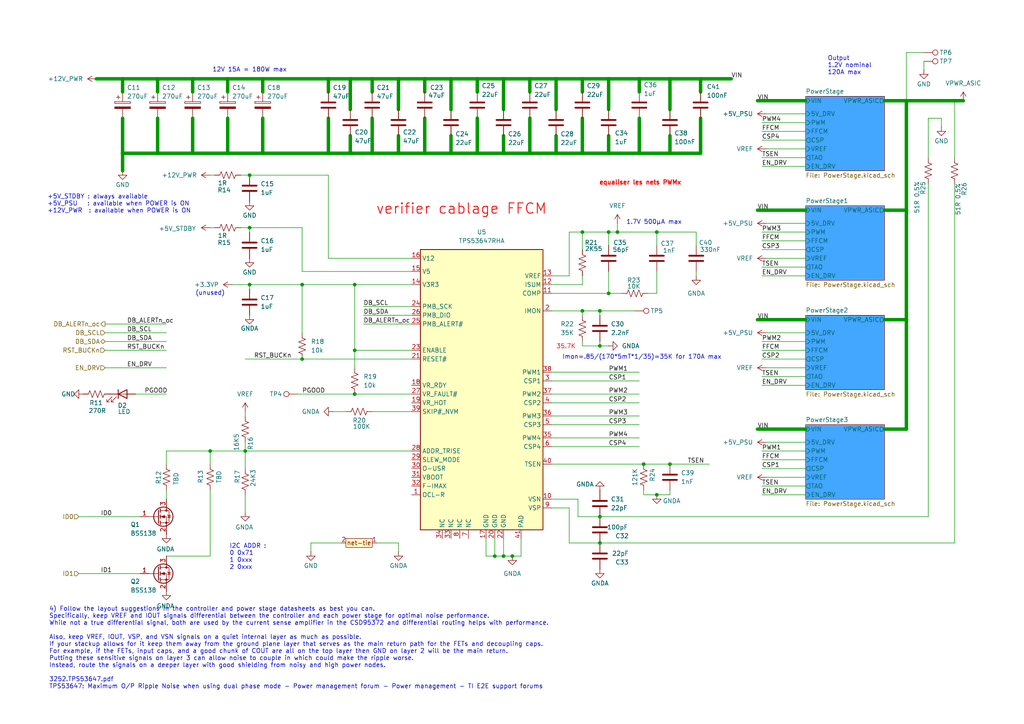
<source format=kicad_sch>
(kicad_sch (version 20231120) (generator "eeschema") (generator_version "8.0")
  (paper "A4")
  (junction (at 66.04 44.45))
  (junction (at 123.19 44.45))
  (junction (at 101.6 44.45))
  (junction (at 203.2 22.86))
  (junction (at 153.67 22.86))
  (junction (at 101.6 22.86))
  (junction (at 143.51 161.29))
  (junction (at 138.43 22.86))
  (junction (at 102.87 101.6))
  (junction (at 186.69 134.62))
  (junction (at 146.05 44.45))
  (junction (at 276.86 29.21))
  (junction (at 176.53 67.31))
  (junction (at 102.87 82.55))
  (junction (at 148.59 161.29))
  (junction (at 66.04 22.86))
  (junction (at 262.89 60.96))
  (junction (at 185.42 22.86))
  (junction (at 190.5 143.51))
  (junction (at 76.2 44.45))
  (junction (at 123.19 22.86))
  (junction (at 194.31 44.45))
  (junction (at 194.31 22.86))
  (junction (at 87.63 104.14))
  (junction (at 107.95 22.86))
  (junction (at 72.39 66.04))
  (junction (at 95.25 22.86))
  (junction (at 55.88 22.86))
  (junction (at 71.12 130.81))
  (junction (at 35.56 44.45))
  (junction (at 102.87 114.3))
  (junction (at 185.42 44.45))
  (junction (at 130.81 44.45))
  (junction (at 262.89 29.21))
  (junction (at 262.89 92.71))
  (junction (at 76.2 22.86))
  (junction (at 115.57 22.86))
  (junction (at 173.99 90.17))
  (junction (at 173.99 149.86))
  (junction (at 179.07 67.31))
  (junction (at 194.31 134.62))
  (junction (at 115.57 44.45))
  (junction (at 173.99 157.48))
  (junction (at 72.39 82.55))
  (junction (at 138.43 44.45))
  (junction (at 45.72 22.86))
  (junction (at 176.53 44.45))
  (junction (at 168.91 67.31))
  (junction (at 95.25 44.45))
  (junction (at 72.39 50.8))
  (junction (at 45.72 44.45))
  (junction (at 173.99 100.33))
  (junction (at 176.53 22.86))
  (junction (at 87.63 82.55))
  (junction (at 146.05 161.29))
  (junction (at 168.91 44.45))
  (junction (at 153.67 44.45))
  (junction (at 35.56 22.86))
  (junction (at 176.53 85.09))
  (junction (at 146.05 22.86))
  (junction (at 161.29 22.86))
  (junction (at 168.91 22.86))
  (junction (at 168.91 90.17))
  (junction (at 161.29 44.45))
  (junction (at 107.95 44.45))
  (junction (at 130.81 22.86))
  (junction (at 60.96 130.81))
  (junction (at 190.5 67.31))
  (junction (at 55.88 44.45))
  (wire (pts (xy 60.96 66.04) (xy 62.23 66.04)))
  (wire (pts (xy 160.02 90.17) (xy 168.91 90.17)))
  (wire (pts (xy 222.25 43.18) (xy 233.68 43.18)))
  (wire (pts (xy 69.85 66.04) (xy 72.39 66.04)))
  (wire (pts (xy 151.13 161.29) (xy 148.59 161.29)))
  (wire (pts (xy 160.02 110.49) (xy 185.42 110.49)))
  (wire (pts (xy 219.71 29.21) (xy 233.68 29.21)) (stroke (width 1)))
  (wire (pts (xy 168.91 99.06) (xy 168.91 100.33)))
  (wire (pts (xy 115.57 22.86) (xy 123.19 22.86)) (stroke (width 1)))
  (wire (pts (xy 222.25 106.68) (xy 233.68 106.68)))
  (wire (pts (xy 160.02 107.95) (xy 185.42 107.95)))
  (wire (pts (xy 66.04 22.86) (xy 76.2 22.86)) (stroke (width 1)))
  (wire (pts (xy 107.95 44.45) (xy 115.57 44.45)) (stroke (width 1)))
  (wire (pts (xy 95.25 74.93) (xy 95.25 50.8)))
  (wire (pts (xy 143.51 161.29) (xy 140.97 161.29)))
  (wire (pts (xy 220.98 67.31) (xy 233.68 67.31)))
  (wire (pts (xy 173.99 90.17) (xy 173.99 91.44)))
  (wire (pts (xy 176.53 67.31) (xy 176.53 71.12)))
  (wire (pts (xy 160.02 127) (xy 185.42 127)))
  (wire (pts (xy 220.98 69.85) (xy 233.68 69.85)))
  (wire (pts (xy 72.39 82.55) (xy 67.31 82.55)))
  (wire (pts (xy 220.98 143.51) (xy 233.68 143.51)))
  (wire (pts (xy 146.05 22.86) (xy 146.05 31.75)) (stroke (width 1)))
  (wire (pts (xy 72.39 66.04) (xy 87.63 66.04)))
  (wire (pts (xy 95.25 34.29) (xy 95.25 44.45)) (stroke (width 1)))
  (wire (pts (xy 153.67 44.45) (xy 161.29 44.45)) (stroke (width 1)))
  (wire (pts (xy 276.86 29.21) (xy 279.4 29.21)) (stroke (width 1)))
  (wire (pts (xy 167.64 144.78) (xy 167.64 149.86)))
  (wire (pts (xy 168.91 67.31) (xy 176.53 67.31)))
  (wire (pts (xy 161.29 44.45) (xy 168.91 44.45)) (stroke (width 1)))
  (wire (pts (xy 160.02 129.54) (xy 185.42 129.54)))
  (wire (pts (xy 22.86 149.86) (xy 40.64 149.86)))
  (wire (pts (xy 60.96 50.8) (xy 62.23 50.8)))
  (wire (pts (xy 194.31 22.86) (xy 194.31 31.75)) (stroke (width 1)))
  (wire (pts (xy 262.89 92.71) (xy 262.89 124.46)) (stroke (width 1)))
  (wire (pts (xy 27.94 22.86) (xy 35.56 22.86)) (stroke (width 1)))
  (wire (pts (xy 222.25 64.77) (xy 233.68 64.77)))
  (wire (pts (xy 203.2 22.86) (xy 203.2 26.67)) (stroke (width 1)))
  (wire (pts (xy 90.17 160.02) (xy 90.17 157.48)))
  (wire (pts (xy 222.25 128.27) (xy 233.68 128.27)))
  (wire (pts (xy 69.85 50.8) (xy 72.39 50.8)))
  (wire (pts (xy 194.31 44.45) (xy 203.2 44.45)) (stroke (width 1)))
  (wire (pts (xy 30.48 101.6) (xy 48.26 101.6)))
  (wire (pts (xy 256.54 60.96) (xy 262.89 60.96)) (stroke (width 1)))
  (wire (pts (xy 95.25 44.45) (xy 101.6 44.45)) (stroke (width 1)))
  (wire (pts (xy 76.2 22.86) (xy 95.25 22.86)) (stroke (width 1)))
  (wire (pts (xy 168.91 44.45) (xy 176.53 44.45)) (stroke (width 1)))
  (wire (pts (xy 220.98 109.22) (xy 233.68 109.22)))
  (wire (pts (xy 45.72 22.86) (xy 55.88 22.86)) (stroke (width 1)))
  (wire (pts (xy 123.19 22.86) (xy 130.81 22.86)) (stroke (width 1)))
  (wire (pts (xy 66.04 26.67) (xy 66.04 22.86)) (stroke (width 1)))
  (wire (pts (xy 35.56 34.29) (xy 35.56 44.45)) (stroke (width 1)))
  (wire (pts (xy 220.98 80.01) (xy 233.68 80.01)))
  (wire (pts (xy 105.41 91.44) (xy 119.38 91.44)))
  (wire (pts (xy 203.2 22.86) (xy 194.31 22.86)) (stroke (width 1)))
  (wire (pts (xy 160.02 147.32) (xy 165.1 147.32)))
  (wire (pts (xy 101.6 44.45) (xy 107.95 44.45)) (stroke (width 1)))
  (wire (pts (xy 165.1 147.32) (xy 165.1 157.48)))
  (wire (pts (xy 115.57 39.37) (xy 115.57 44.45)) (stroke (width 1)))
  (wire (pts (xy 60.96 142.24) (xy 60.96 161.29)))
  (wire (pts (xy 55.88 34.29) (xy 55.88 44.45)) (stroke (width 1)))
  (wire (pts (xy 102.87 101.6) (xy 119.38 101.6)))
  (wire (pts (xy 173.99 100.33) (xy 168.91 100.33)))
  (wire (pts (xy 72.39 50.8) (xy 95.25 50.8)))
  (wire (pts (xy 76.2 26.67) (xy 76.2 22.86)) (stroke (width 1)))
  (wire (pts (xy 256.54 124.46) (xy 262.89 124.46)) (stroke (width 1)))
  (wire (pts (xy 190.5 67.31) (xy 190.5 71.12)))
  (wire (pts (xy 115.57 157.48) (xy 109.22 157.48)))
  (wire (pts (xy 219.71 124.46) (xy 233.68 124.46)) (stroke (width 1)))
  (wire (pts (xy 101.6 22.86) (xy 107.95 22.86)) (stroke (width 1)))
  (wire (pts (xy 48.26 130.81) (xy 48.26 134.62)))
  (wire (pts (xy 267.97 15.24) (xy 262.89 15.24)))
  (wire (pts (xy 130.81 22.86) (xy 130.81 31.75)) (stroke (width 1)))
  (wire (pts (xy 153.67 34.29) (xy 153.67 44.45)) (stroke (width 1)))
  (wire (pts (xy 99.06 157.48) (xy 90.17 157.48)))
  (wire (pts (xy 203.2 34.29) (xy 203.2 44.45)) (stroke (width 1)))
  (wire (pts (xy 71.12 104.14) (xy 87.63 104.14)))
  (wire (pts (xy 220.98 38.1) (xy 233.68 38.1)))
  (wire (pts (xy 220.98 135.89) (xy 233.68 135.89)))
  (wire (pts (xy 30.48 99.06) (xy 48.26 99.06)))
  (wire (pts (xy 107.95 22.86) (xy 107.95 26.67)) (stroke (width 1)))
  (wire (pts (xy 105.41 93.98) (xy 119.38 93.98)))
  (wire (pts (xy 138.43 44.45) (xy 146.05 44.45)) (stroke (width 1)))
  (wire (pts (xy 201.93 78.74) (xy 201.93 80.01)))
  (wire (pts (xy 176.53 39.37) (xy 176.53 44.45)) (stroke (width 1)))
  (wire (pts (xy 123.19 44.45) (xy 130.81 44.45)) (stroke (width 1)))
  (wire (pts (xy 173.99 157.48) (xy 276.86 157.48)))
  (wire (pts (xy 146.05 39.37) (xy 146.05 44.45)) (stroke (width 1)))
  (wire (pts (xy 273.05 34.29) (xy 273.05 36.83)))
  (wire (pts (xy 107.95 119.38) (xy 119.38 119.38)))
  (wire (pts (xy 161.29 22.86) (xy 161.29 31.75)) (stroke (width 1)))
  (wire (pts (xy 176.53 100.33) (xy 173.99 100.33)))
  (wire (pts (xy 96.52 119.38) (xy 100.33 119.38)))
  (wire (pts (xy 173.99 99.06) (xy 173.99 100.33)))
  (wire (pts (xy 220.98 99.06) (xy 233.68 99.06)))
  (wire (pts (xy 48.26 130.81) (xy 60.96 130.81)))
  (wire (pts (xy 173.99 149.86) (xy 269.24 149.86)))
  (wire (pts (xy 48.26 142.24) (xy 48.26 144.78)))
  (wire (pts (xy 194.31 134.62) (xy 205.74 134.62)))
  (wire (pts (xy 269.24 53.34) (xy 269.24 149.86)))
  (wire (pts (xy 219.71 60.96) (xy 233.68 60.96)) (stroke (width 1)))
  (wire (pts (xy 220.98 40.64) (xy 233.68 40.64)))
  (wire (pts (xy 168.91 34.29) (xy 168.91 44.45)) (stroke (width 1)))
  (wire (pts (xy 66.04 34.29) (xy 66.04 44.45)) (stroke (width 1)))
  (wire (pts (xy 102.87 82.55) (xy 119.38 82.55)))
  (wire (pts (xy 186.69 142.24) (xy 186.69 143.51)))
  (wire (pts (xy 160.02 123.19) (xy 185.42 123.19)))
  (wire (pts (xy 66.04 44.45) (xy 76.2 44.45)) (stroke (width 1)))
  (wire (pts (xy 148.59 161.29) (xy 146.05 161.29)))
  (wire (pts (xy 107.95 22.86) (xy 115.57 22.86)) (stroke (width 1)))
  (wire (pts (xy 119.38 78.74) (xy 87.63 78.74)))
  (wire (pts (xy 143.51 156.21) (xy 143.51 161.29)))
  (wire (pts (xy 220.98 101.6) (xy 233.68 101.6)))
  (wire (pts (xy 190.5 143.51) (xy 194.31 143.51)))
  (wire (pts (xy 104.14 44.45) (xy 105.41 44.45)))
  (wire (pts (xy 146.05 156.21) (xy 146.05 161.29)))
  (wire (pts (xy 185.42 22.86) (xy 185.42 26.67)) (stroke (width 1)))
  (wire (pts (xy 185.42 22.86) (xy 194.31 22.86)) (stroke (width 1)))
  (wire (pts (xy 138.43 22.86) (xy 146.05 22.86)) (stroke (width 1)))
  (wire (pts (xy 160.02 116.84) (xy 185.42 116.84)))
  (wire (pts (xy 119.38 74.93) (xy 95.25 74.93)))
  (wire (pts (xy 203.2 22.86) (xy 212.09 22.86)) (stroke (width 1)))
  (wire (pts (xy 160.02 85.09) (xy 176.53 85.09)))
  (wire (pts (xy 45.72 44.45) (xy 55.88 44.45)) (stroke (width 1)))
  (wire (pts (xy 30.48 96.52) (xy 48.26 96.52)))
  (wire (pts (xy 76.2 44.45) (xy 95.25 44.45)) (stroke (width 1)))
  (wire (pts (xy 176.53 22.86) (xy 176.53 31.75)) (stroke (width 1)))
  (wire (pts (xy 262.89 29.21) (xy 276.86 29.21)) (stroke (width 1)))
  (wire (pts (xy 72.39 82.55) (xy 72.39 83.82)))
  (wire (pts (xy 167.64 149.86) (xy 173.99 149.86)))
  (wire (pts (xy 222.25 74.93) (xy 233.68 74.93)))
  (wire (pts (xy 115.57 44.45) (xy 123.19 44.45)) (stroke (width 1)))
  (wire (pts (xy 201.93 71.12) (xy 201.93 67.31)))
  (wire (pts (xy 220.98 130.81) (xy 233.68 130.81)))
  (wire (pts (xy 87.63 78.74) (xy 87.63 66.04)))
  (wire (pts (xy 185.42 44.45) (xy 194.31 44.45)) (stroke (width 1)))
  (wire (pts (xy 222.25 33.02) (xy 233.68 33.02)))
  (wire (pts (xy 87.63 104.14) (xy 119.38 104.14)))
  (wire (pts (xy 151.13 156.21) (xy 151.13 161.29)))
  (wire (pts (xy 102.87 82.55) (xy 102.87 101.6)))
  (wire (pts (xy 35.56 22.86) (xy 45.72 22.86)) (stroke (width 1)))
  (wire (pts (xy 130.81 22.86) (xy 138.43 22.86)) (stroke (width 1)))
  (wire (pts (xy 146.05 44.45) (xy 153.67 44.45)) (stroke (width 1)))
  (wire (pts (xy 222.25 96.52) (xy 233.68 96.52)))
  (wire (pts (xy 105.41 88.9) (xy 119.38 88.9)))
  (wire (pts (xy 146.05 161.29) (xy 143.51 161.29)))
  (wire (pts (xy 35.56 44.45) (xy 45.72 44.45)) (stroke (width 1)))
  (wire (pts (xy 190.5 78.74) (xy 190.5 85.09)))
  (wire (pts (xy 30.48 106.68) (xy 48.26 106.68)))
  (wire (pts (xy 168.91 90.17) (xy 173.99 90.17)))
  (wire (pts (xy 107.95 34.29) (xy 107.95 44.45)) (stroke (width 1)))
  (wire (pts (xy 168.91 67.31) (xy 168.91 72.39)))
  (wire (pts (xy 220.98 77.47) (xy 233.68 77.47)))
  (wire (pts (xy 220.98 111.76) (xy 233.68 111.76)))
  (wire (pts (xy 48.26 161.29) (xy 60.96 161.29)))
  (wire (pts (xy 86.36 114.3) (xy 102.87 114.3)))
  (wire (pts (xy 276.86 29.21) (xy 276.86 45.72)))
  (wire (pts (xy 220.98 35.56) (xy 233.68 35.56)))
  (wire (pts (xy 220.98 45.72) (xy 233.68 45.72)))
  (wire (pts (xy 146.05 22.86) (xy 153.67 22.86)) (stroke (width 1)))
  (wire (pts (xy 256.54 29.21) (xy 262.89 29.21)) (stroke (width 1)))
  (wire (pts (xy 220.98 48.26) (xy 233.68 48.26)))
  (wire (pts (xy 168.91 80.01) (xy 168.91 82.55)))
  (wire (pts (xy 123.19 22.86) (xy 123.19 26.67)) (stroke (width 1)))
  (wire (pts (xy 71.12 143.51) (xy 71.12 148.59)))
  (wire (pts (xy 87.63 82.55) (xy 87.63 96.52)))
  (wire (pts (xy 71.12 130.81) (xy 119.38 130.81)))
  (wire (pts (xy 186.69 143.51) (xy 190.5 143.51)))
  (wire (pts (xy 102.87 114.3) (xy 119.38 114.3)))
  (wire (pts (xy 60.96 130.81) (xy 60.96 134.62)))
  (wire (pts (xy 30.48 93.98) (xy 48.26 93.98)))
  (wire (pts (xy 184.15 90.17) (xy 173.99 90.17)))
  (wire (pts (xy 123.19 34.29) (xy 123.19 44.45)) (stroke (width 1)))
  (wire (pts (xy 35.56 26.67) (xy 35.56 22.86)) (stroke (width 1)))
  (wire (pts (xy 176.53 85.09) (xy 180.34 85.09)))
  (wire (pts (xy 160.02 114.3) (xy 185.42 114.3)))
  (wire (pts (xy 95.25 22.86) (xy 95.25 26.67)) (stroke (width 1)))
  (wire (pts (xy 168.91 22.86) (xy 168.91 26.67)) (stroke (width 1)))
  (wire (pts (xy 262.89 29.21) (xy 262.89 60.96)) (stroke (width 1)))
  (wire (pts (xy 115.57 160.02) (xy 115.57 157.48)))
  (wire (pts (xy 179.07 67.31) (xy 179.07 64.77)))
  (wire (pts (xy 45.72 26.67) (xy 45.72 22.86)) (stroke (width 1)))
  (wire (pts (xy 262.89 60.96) (xy 262.89 92.71)) (stroke (width 1)))
  (wire (pts (xy 187.96 85.09) (xy 190.5 85.09)))
  (wire (pts (xy 186.69 134.62) (xy 194.31 134.62)))
  (wire (pts (xy 176.53 22.86) (xy 185.42 22.86)) (stroke (width 1)))
  (wire (pts (xy 153.67 22.86) (xy 153.67 26.67)) (stroke (width 1)))
  (wire (pts (xy 176.53 44.45) (xy 185.42 44.45)) (stroke (width 1)))
  (wire (pts (xy 179.07 67.31) (xy 190.5 67.31)))
  (wire (pts (xy 45.72 34.29) (xy 45.72 44.45)) (stroke (width 1)))
  (wire (pts (xy 165.1 157.48) (xy 173.99 157.48)))
  (wire (pts (xy 262.89 15.24) (xy 262.89 29.21)))
  (wire (pts (xy 276.86 157.48) (xy 276.86 53.34)))
  (wire (pts (xy 219.71 92.71) (xy 233.68 92.71)) (stroke (width 1)))
  (wire (pts (xy 176.53 78.74) (xy 176.53 85.09)))
  (wire (pts (xy 194.31 39.37) (xy 194.31 44.45)) (stroke (width 1)))
  (wire (pts (xy 101.6 22.86) (xy 101.6 31.75)) (stroke (width 1)))
  (wire (pts (xy 55.88 26.67) (xy 55.88 22.86)) (stroke (width 1)))
  (wire (pts (xy 102.87 101.6) (xy 102.87 106.68)))
  (wire (pts (xy 220.98 140.97) (xy 233.68 140.97)))
  (wire (pts (xy 140.97 156.21) (xy 140.97 161.29)))
  (wire (pts (xy 160.02 120.65) (xy 185.42 120.65)))
  (wire (pts (xy 269.24 34.29) (xy 269.24 45.72)))
  (wire (pts (xy 161.29 22.86) (xy 168.91 22.86)) (stroke (width 1)))
  (wire (pts (xy 176.53 67.31) (xy 179.07 67.31)))
  (wire (pts (xy 160.02 82.55) (xy 168.91 82.55)))
  (wire (pts (xy 130.81 39.37) (xy 130.81 44.45)) (stroke (width 1)))
  (wire (pts (xy 60.96 130.81) (xy 71.12 130.81)))
  (wire (pts (xy 168.91 22.86) (xy 176.53 22.86)) (stroke (width 1)))
  (wire (pts (xy 160.02 134.62) (xy 186.69 134.62)))
  (wire (pts (xy 76.2 34.29) (xy 76.2 44.45)) (stroke (width 1)))
  (wire (pts (xy 71.12 128.27) (xy 71.12 130.81)))
  (wire (pts (xy 220.98 72.39) (xy 233.68 72.39)))
  (wire (pts (xy 256.54 92.71) (xy 262.89 92.71)) (stroke (width 1)))
  (wire (pts (xy 35.56 44.45) (xy 35.56 49.53)) (stroke (width 1)))
  (wire (pts (xy 168.91 90.17) (xy 168.91 91.44)))
  (wire (pts (xy 160.02 144.78) (xy 167.64 144.78)))
  (wire (pts (xy 22.86 166.37) (xy 40.64 166.37)))
  (wire (pts (xy 194.31 142.24) (xy 194.31 143.51)))
  (wire (pts (xy 95.25 22.86) (xy 101.6 22.86)) (stroke (width 1)))
  (wire (pts (xy 222.25 138.43) (xy 233.68 138.43)))
  (wire (pts (xy 115.57 22.86) (xy 115.57 31.75)) (stroke (width 1)))
  (wire (pts (xy 165.1 67.31) (xy 165.1 80.01)))
  (wire (pts (xy 71.12 120.65) (xy 71.12 119.38)))
  (wire (pts (xy 220.98 133.35) (xy 233.68 133.35)))
  (wire (pts (xy 185.42 34.29) (xy 185.42 44.45)) (stroke (width 1)))
  (wire (pts (xy 39.37 114.3) (xy 48.26 114.3)))
  (wire (pts (xy 72.39 67.31) (xy 72.39 66.04)))
  (wire (pts (xy 161.29 39.37) (xy 161.29 44.45)) (stroke (width 1)))
  (wire (pts (xy 160.02 80.01) (xy 165.1 80.01)))
  (wire (pts (xy 71.12 130.81) (xy 71.12 135.89)))
  (wire (pts (xy 138.43 34.29) (xy 138.43 44.45)) (stroke (width 1)))
  (wire (pts (xy 138.43 22.86) (xy 138.43 26.67)) (stroke (width 1)))
  (wire (pts (xy 220.98 104.14) (xy 233.68 104.14)))
  (wire (pts (xy 101.6 39.37) (xy 101.6 44.45)) (stroke (width 1)))
  (wire (pts (xy 190.5 67.31) (xy 201.93 67.31)))
  (wire (pts (xy 72.39 82.55) (xy 87.63 82.55)))
  (wire (pts (xy 55.88 44.45) (xy 66.04 44.45)) (stroke (width 1)))
  (wire (pts (xy 267.97 17.78) (xy 267.97 20.32)))
  (wire (pts (xy 153.67 22.86) (xy 161.29 22.86)) (stroke (width 1)))
  (wire (pts (xy 165.1 67.31) (xy 168.91 67.31)))
  (wire (pts (xy 273.05 34.29) (xy 269.24 34.29)))
  (wire (pts (xy 87.63 82.55) (xy 102.87 82.55)))
  (wire (pts (xy 55.88 22.86) (xy 66.04 22.86)) (stroke (width 1)))
  (wire (pts (xy 130.81 44.45) (xy 138.43 44.45)) (stroke (width 1)))
  (text "verifier cablage FFCM" (at 108.966 60.706 0) (effects (font (size 3 3) (thickness 0.254) (bold yes)) (justify left)))
  (text "1.7V 500µA max" (at 181.61 64.516 0) (effects (font (size 1.27 1.27)) (justify left)))
  (text "35.7K" (at 161.29 100.584 0) (effects (font (size 1.27 1.27)) (justify left)))
  (text "12V 15A = 180W max" (at 72.39 20.32 0) (effects (font (size 1.27 1.27))))
  (text "+5V_STDBY : always available\n+5V_PSU   : available when POWER is ON\n+12V_PWR  : available when POWER is ON" (at 13.716 59.182 0) (effects (font (size 1.27 1.27)) (justify left)))
  (text "4) Follow the layout suggestions in the controller and power stage datasheets as best you can. \nSpecifically, keep VREF and IOUT signals differential between the controller and each power stage for optimal noise performance. \nWhile not a true differential signal, both are used by the current sense amplifier in the CSD95372 and differential routing helps with performance.\n\nAlso, keep VREF, IOUT, VSP, and VSN signals on a quiet internal layer as much as possible. \nIf your stackup allows for it keep them away from the ground plane layer that serves as the main return path for the FETs and decoupling caps. \nFor example, if the FETs, input caps, and a good chunk of COUT are all on the top layer then GND on layer 2 will be the main return. \nPutting these sensitive signals on layer 3 can allow noise to couple in which could make the ripple worse. \nInstead, route the signals on a deeper layer with good shielding from noisy and high power nodes.\n\n3252.TPS53647.pdf\nTPS53647: Maximum O/P Ripple Noise when using dual phase mode - Power management forum - Power management - TI E2E support forums" (at 14.224 187.96 0) (effects (font (size 1.27 1.27)) (justify left)))
  (text "Output \n1.2V nominal\n120A max" (at 240.03 21.844 0) (effects (font (size 1.27 1.27)) (justify left bottom)))
  (text "Imon=.85/(170*5mT*1/35)=35K for 170A max" (at 163.068 103.632 0) (effects (font (size 1.27 1.27)) (justify left)))
  (text "equaliser les nets PWMx" (at 173.736 53.086 0) (effects (font (size 1.27 1.27) (thickness 0.254) (bold yes)) (justify left)))
  (text "I2C ADDR :\n0 0x71\n1 0xxx\n2 0xxx" (at 66.548 165.354 0) (effects (font (size 1.27 1.27)) (justify left bottom)))
  (text "(unused)" (at 60.96 85.09 0) (effects (font (size 1.27 1.27))))
  (label "TSEN" (at 220.98 140.97 0))
  (label "VIN" (at 219.71 60.96 0))
  (label "DB_ALERTn_oc" (at 105.41 93.98 0))
  (label "CSP1" (at 176.53 110.49 0))
  (label "EN_DRV" (at 220.98 80.01 0))
  (label "ID1" (at 29.21 166.37 0))
  (label "DB_SCL" (at 36.83 96.52 0))
  (label "CSP1" (at 220.98 135.89 0))
  (label "PWM1" (at 220.98 130.81 0))
  (label "DB_SCL" (at 105.41 88.9 0))
  (label "EN_DRV" (at 36.83 106.68 0))
  (label "PGOOD" (at 87.63 114.3 0))
  (label "FFCM" (at 220.98 133.35 0))
  (label "DB_SDA" (at 105.41 91.44 0))
  (label "EN_DRV" (at 220.98 111.76 0))
  (label "PWM2" (at 220.98 99.06 0))
  (label "VIN" (at 219.71 29.21 0))
  (label "PWM3" (at 176.53 120.65 0))
  (label "PWM4" (at 176.53 127 0))
  (label "DB_SDA" (at 36.83 99.06 0))
  (label "PWM3" (at 220.98 67.31 0))
  (label "PWM4" (at 220.98 35.56 0))
  (label "CSP3" (at 176.53 123.19 0))
  (label "ID0" (at 29.21 149.86 0))
  (label "EN_DRV" (at 220.98 48.26 0))
  (label "TSEN" (at 220.98 109.22 0))
  (label "VIN" (at 219.71 124.46 0))
  (label "RST_BUCKn" (at 36.83 101.6 0))
  (label "FFCM" (at 220.98 38.1 0))
  (label "PWM2" (at 176.53 114.3 0))
  (label "FFCM" (at 220.98 101.6 0))
  (label "TSEN" (at 220.98 45.72 0))
  (label "TSEN" (at 220.98 77.47 0))
  (label "CSP4" (at 220.98 40.64 0))
  (label "TSEN" (at 199.39 134.62 0))
  (label "CSP2" (at 220.98 104.14 0))
  (label "CSP2" (at 176.53 116.84 0))
  (label "DB_ALERTn_oc" (at 36.83 93.98 0))
  (label "FFCM" (at 220.98 69.85 0))
  (label "VIN" (at 212.09 22.86 0))
  (label "VIN" (at 219.71 92.71 0))
  (label "CSP3" (at 220.98 72.39 0))
  (label "PWM1" (at 176.53 107.95 0))
  (label "EN_DRV" (at 220.98 143.51 0))
  (label "CSP4" (at 176.53 129.54 0))
  (label "PGOOD" (at 41.91 114.3 0))
  (label "RST_BUCKn" (at 73.66 104.14 0))
  (hierarchical_label "DB_ALERTn_oc" (shape output) (at 30.48 93.98 180))
  (hierarchical_label "ID0" (shape input) (at 22.86 149.86 180))
  (hierarchical_label "ID1" (shape input) (at 22.86 166.37 180))
  (hierarchical_label "DB_SDA" (shape bidirectional) (at 30.48 99.06 180))
  (hierarchical_label "DB_SCL" (shape input) (at 30.48 96.52 180))
  (hierarchical_label "RST_BUCKn" (shape input) (at 30.48 101.6 180))
  (hierarchical_label "EN_DRV" (shape input) (at 30.48 106.68 180))
  (symbol (lib_id "Device:R_US") (at 66.04 50.8 270) (unit 1)
    (property "Reference" "R14" (at 65.024 55.118 90))
    (property "Value" "1R" (at 64.516 53.086 90))
    (property "Footprint" "Resistor_SMD:R_0805_2012Metric_Pad1.20x1.40mm_HandSolder" (effects (hide yes)))
  )
  (symbol (lib_id "Device:C") (at 173.99 146.05 0) (unit 1)
    (property "Reference" "C31" (at 177.165 144.78 0) (effects (justify left)))
    (property "Value" "22pF" (at 177.165 147.32 0) (effects (justify left)))
    (property "Footprint" "Capacitor_SMD:C_0805_2012Metric_Pad1.18x1.45mm_HandSolder" (effects (hide yes)))
  )
  (symbol (lib_id "power:GNDA") (at 173.99 165.1 0) (mirror y) (unit 1)
    (property "Reference" "#PWR0117" (effects (hide yes)))
    (property "Value" "GNDA" (at 173.99 169.164 0))
    (property "Description" "Power symbol creates a global label with name \"GNDA\" , analog ground" (effects (hide yes)))
  )
  (symbol (lib_id "Device:C") (at 190.5 74.93 0) (unit 1)
    (property "Reference" "C37" (at 193.548 70.612 0))
    (property "Value" "1nF" (at 194.056 72.644 0))
    (property "Footprint" "Capacitor_SMD:C_0805_2012Metric_Pad1.18x1.45mm_HandSolder" (effects (hide yes)))
  )
  (symbol (lib_id "Device:C") (at 72.39 54.61 0) (unit 1)
    (property "Reference" "C15" (at 75.565 53.34 0) (effects (justify left)))
    (property "Value" "1uF" (at 75.565 55.88 0) (effects (justify left)))
    (property "Footprint" "Capacitor_SMD:C_0805_2012Metric_Pad1.18x1.45mm_HandSolder" (effects (hide yes)))
  )
  (symbol (lib_id "Device:C") (at 173.99 153.67 180) (unit 1)
    (property "Reference" "C32" (at 182.372 155.448 0) (effects (justify left)))
    (property "Value" "100pF" (at 182.118 152.908 0) (effects (justify left)))
    (property "Footprint" "Capacitor_SMD:C_0805_2012Metric_Pad1.18x1.45mm_HandSolder" (effects (hide yes)))
  )
  (symbol (lib_id "Transistor_FET:BSS138") (at 45.72 149.86 0) (unit 1)
    (property "Reference" "Q1" (at 37.846 152.146 0) (effects (justify left)))
    (property "Value" "BSS138" (at 37.846 154.686 0) (effects (justify left)))
    (property "Footprint" "Package_TO_SOT_SMD:SOT-23" (effects (hide yes)))
    (property "Datasheet" "https://www.onsemi.com/pub/Collateral/BSS138-D.PDF" (effects (hide yes)))
    (property "Description" "50V Vds, 0.22A Id, N-Channel MOSFET, SOT-23" (effects (hide yes)))
  )
  (symbol (lib_id "power:GND") (at 273.05 36.83 0) (unit 1)
    (property "Reference" "#PWR0131" (effects (hide yes)))
    (property "Value" "GND" (at 273.05 40.894 0))
    (property "Description" "Power symbol creates a global label with name \"GND\" , ground" (effects (hide yes)))
  )
  (symbol (lib_id "Device:R_US") (at 104.14 119.38 90) (unit 1)
    (property "Reference" "R20" (at 106.172 121.92 90) (effects (justify left)))
    (property "Value" "100K" (at 107.442 123.698 90) (effects (justify left)))
    (property "Footprint" "Resistor_SMD:R_0805_2012Metric_Pad1.20x1.40mm_HandSolder" (effects (hide yes)))
  )
  (symbol (lib_id "Device:C") (at 153.67 30.48 0) (unit 1)
    (property "Reference" "C27" (at 154.94 24.892 0) (effects (justify left)))
    (property "Value" "22uF" (at 154.94 27.432 0) (effects (justify left)))
    (property "Footprint" "Capacitor_SMD:C_1210_3225Metric" (effects (hide yes)))
    (property "DK" "490-3889-1-ND" (effects (hide yes)))
    (property "PARTNO" "GRM32ER61E226KE15L" (effects (hide yes)))
  )
  (symbol (lib_id "Device:C") (at 176.53 35.56 0) (unit 1)
    (property "Reference" "C34" (at 178.308 38.608 0) (effects (justify left)))
    (property "Value" "1uF" (at 178.308 41.148 0) (effects (justify left)))
    (property "Footprint" "Capacitor_SMD:C_0805_2012Metric_Pad1.18x1.45mm_HandSolder" (effects (hide yes)))
    (property "DK" "587-1291-1-ND" (effects (hide yes)))
    (property "PARTNO" "TMK212BJ105KG-T" (effects (hide yes)))
  )
  (symbol (lib_id "power:GNDA") (at 48.26 154.94 0) (mirror y) (unit 1)
    (property "Reference" "#PWR0102" (effects (hide yes)))
    (property "Value" "GNDA" (at 48.006 159.258 0))
    (property "Description" "Power symbol creates a global label with name \"GNDA\" , analog ground" (effects (hide yes)))
  )
  (symbol (lib_id "Device:C") (at 203.2 30.48 0) (unit 1)
    (property "Reference" "C41" (at 204.978 25.146 0) (effects (justify left)))
    (property "Value" "100nF" (at 204.978 27.686 0) (effects (justify left)))
    (property "Footprint" "Capacitor_SMD:C_0805_2012Metric_Pad1.18x1.45mm_HandSolder" (effects (hide yes)))
  )
  (symbol (lib_id "Device:LED") (at 35.56 114.3 0) (unit 1)
    (property "Reference" "D2" (at 36.83 117.602 0) (effects (justify right)))
    (property "Value" "LED" (at 37.846 119.38 0) (effects (justify right)))
    (property "Footprint" "LED_SMD:LED_0805_2012Metric_Pad1.15x1.40mm_HandSolder" (effects (hide yes)))
    (property "Description" "Light emitting diode" (effects (hide yes)))
  )
  (symbol (lib_id "power:VDD") (at 179.07 64.77 0) (unit 1)
    (property "Reference" "#PWR0119" (effects (hide yes)))
    (property "Value" "VREF" (at 179.07 59.69 0))
    (property "Description" "Power symbol creates a global label with name \"VDD\"" (effects (hide yes)))
  )
  (symbol (lib_id "Device:C") (at 107.95 30.48 0) (unit 1)
    (property "Reference" "C21" (at 109.22 25.4 0) (effects (justify left)))
    (property "Value" "47uF" (at 109.22 27.94 0) (effects (justify left)))
    (property "Footprint" "Capacitor_SMD:C_1210_3225Metric" (effects (hide yes)))
    (property "DK" "490-6539-1-ND" (effects (hide yes)))
    (property "PARTNO" "GRM32ER61C476KE15L" (effects (hide yes)))
  )
  (symbol (lib_id "power:VDD") (at 222.25 43.18 90) (unit 1)
    (property "Reference" "#PWR0123" (effects (hide yes)))
    (property "Value" "VREF" (at 218.44 43.1799 90) (effects (justify left)))
    (property "Description" "Power symbol creates a global label with name \"VDD\"" (effects (hide yes)))
  )
  (symbol (lib_id "Device:C") (at 194.31 35.56 0) (unit 1)
    (property "Reference" "C38" (at 195.58 38.608 0) (effects (justify left)))
    (property "Value" "100nF" (at 195.58 41.148 0) (effects (justify left)))
    (property "Footprint" "Capacitor_SMD:C_0805_2012Metric_Pad1.18x1.45mm_HandSolder" (effects (hide yes)))
  )
  (symbol (lib_id "power:GND") (at 35.56 49.53 0) (unit 1)
    (property "Reference" "#PWR0101" (effects (hide yes)))
    (property "Value" "GND" (at 35.56 53.594 0))
    (property "Description" "Power symbol creates a global label with name \"GND\" , ground" (effects (hide yes)))
  )
  (symbol (lib_id "Device:C") (at 201.93 74.93 0) (unit 1)
    (property "Reference" "C40" (at 202.692 70.358 0) (effects (justify left)))
    (property "Value" "330nF" (at 202.946 72.39 0) (effects (justify left)))
    (property "Footprint" "Capacitor_SMD:C_0805_2012Metric_Pad1.18x1.45mm_HandSolder" (effects (hide yes)))
  )
  (symbol (lib_id "Device:R_US") (at 48.26 138.43 0) (unit 1)
    (property "Reference" "R12" (at 45.974 140.462 90) (effects (justify left)))
    (property "Value" "TBD" (at 51.054 140.716 90) (effects (justify left)))
    (property "Footprint" "Resistor_SMD:R_0805_2012Metric_Pad1.20x1.40mm_HandSolder" (effects (hide yes)))
  )
  (symbol (lib_id "Device:R_US") (at 87.63 100.33 180) (unit 1)
    (property "Reference" "R18" (at 90.17 99.06 0) (effects (justify right)))
    (property "Value" "10k" (at 90.17 101.6 0) (effects (justify right)))
    (property "Footprint" "Resistor_SMD:R_0805_2012Metric_Pad1.20x1.40mm_HandSolder" (effects (hide yes)))
  )
  (symbol (lib_id "Device:R_US") (at 27.94 114.3 90) (unit 1)
    (property "Reference" "R11" (at 25.908 116.84 90) (effects (justify right)))
    (property "Value" "270R" (at 25.654 119.126 90) (effects (justify right)))
    (property "Footprint" "Resistor_SMD:R_0805_2012Metric_Pad1.20x1.40mm_HandSolder" (effects (hide yes)))
  )
  (symbol (lib_id "power:+3.3VP") (at 67.31 82.55 90) (unit 1)
    (property "Reference" "#PWR0106" (effects (hide yes)))
    (property "Value" "+3.3VP" (at 63.5 82.5499 90) (effects (justify left)))
    (property "Description" "Power symbol creates a global label with name \"+3.3VP\"" (effects (hide yes)))
  )
  (symbol (lib_id "Device:R_US") (at 269.24 49.53 180) (unit 1)
    (property "Reference" "R25" (at 267.716 52.578 90) (effects (justify left)))
    (property "Value" "51R 0.5%" (at 265.938 52.578 90) (effects (justify left)))
    (property "Footprint" "Resistor_SMD:R_0805_2012Metric_Pad1.20x1.40mm_HandSolder" (effects (hide yes)))
  )
  (symbol (lib_id "Device:C") (at 173.99 95.25 0) (unit 1)
    (property "Reference" "C30" (at 177.165 93.98 0) (effects (justify left)))
    (property "Value" "2.2nF" (at 177.165 96.52 0) (effects (justify left)))
    (property "Footprint" "Capacitor_SMD:C_0805_2012Metric_Pad1.18x1.45mm_HandSolder" (effects (hide yes)))
    (property "Description" "1mOhm" (effects (hide yes)))
  )
  (symbol (lib_id "Device:R_US") (at 71.12 124.46 0) (unit 1)
    (property "Reference" "R16" (at 72.644 130.556 90) (effects (justify left)))
    (property "Value" "16K5" (at 68.58 130.81 90) (effects (justify left)))
    (property "Footprint" "Resistor_SMD:R_0805_2012Metric_Pad1.20x1.40mm_HandSolder" (effects (hide yes)))
  )
  (symbol (lib_id "Device:C") (at 138.43 30.48 0) (unit 1)
    (property "Reference" "C25" (at 139.7 24.892 0) (effects (justify left)))
    (property "Value" "22uF" (at 139.7 27.432 0) (effects (justify left)))
    (property "Footprint" "Capacitor_SMD:C_1210_3225Metric" (effects (hide yes)))
    (property "DK" "490-3889-1-ND" (effects (hide yes)))
    (property "PARTNO" "GRM32ER61E226KE15L" (effects (hide yes)))
  )
  (symbol (lib_id "Device:R_US") (at 276.86 49.53 180) (unit 1)
    (property "Reference" "R26" (at 279.654 52.832 90) (effects (justify left)))
    (property "Value" "51R 0.5%" (at 277.876 53.086 90) (effects (justify left)))
    (property "Footprint" "Resistor_SMD:R_0805_2012Metric_Pad1.20x1.40mm_HandSolder" (effects (hide yes)))
  )
  (symbol (lib_id "bitaxe:net-tie") (at 104.14 157.48 0) (mirror y) (unit 1) (in_bom no)
    (property "Reference" "T1" (effects (hide yes)))
    (property "Value" "net-tie" (effects (hide yes)))
    (property "Footprint" "NetTie:NetTie-2_THT_Pad0.3mm" (effects (hide yes)))
  )
  (symbol (lib_id "Device:C") (at 95.25 30.48 0) (unit 1)
    (property "Reference" "C19" (at 96.52 25.4 0) (effects (justify left)))
    (property "Value" "47uF" (at 96.52 27.94 0) (effects (justify left)))
    (property "Footprint" "Capacitor_SMD:C_1210_3225Metric" (effects (hide yes)))
    (property "DK" "490-6539-1-ND" (effects (hide yes)))
    (property "PARTNO" "GRM32ER61C476KE15L" (effects (hide yes)))
  )
  (symbol (lib_id "Device:R_US") (at 66.04 66.04 270) (unit 1)
    (property "Reference" "R15" (at 65.024 70.358 90))
    (property "Value" "1R" (at 64.516 68.326 90))
    (property "Footprint" "Resistor_SMD:R_0805_2012Metric_Pad1.20x1.40mm_HandSolder" (effects (hide yes)))
  )
  (symbol (lib_id "power:GNDA") (at 148.59 161.29 0) (mirror y) (unit 1)
    (property "Reference" "#PWR0114" (effects (hide yes)))
    (property "Value" "GNDA" (at 148.59 166.37 0))
    (property "Description" "Power symbol creates a global label with name \"GNDA\" , analog ground" (effects (hide yes)))
  )
  (symbol (lib_id "power:GNDA") (at 176.53 100.33 90) (unit 1)
    (property "Reference" "#PWR0118" (effects (hide yes)))
    (property "Value" "GNDA" (at 180.34 100.3299 90) (effects (justify right)))
    (property "Description" "Power symbol creates a global label with name \"GNDA\" , analog ground" (effects (hide yes)))
  )
  (symbol (lib_id "Connector:TestPoint") (at 267.97 15.24 270) (mirror x) (unit 1) (in_bom no)
    (property "Reference" "TP6" (at 274.32 15.24 90))
    (property "Value" "TestPoint" (effects (hide yes)))
    (property "Footprint" "TestPoint:TestPoint_Loop_D2.50mm_Drill1.0mm" (effects (hide yes)))
  )
  (symbol (lib_id "Transistor_FET:BSS138") (at 45.72 166.37 0) (unit 1)
    (property "Reference" "Q2" (at 37.846 168.656 0) (effects (justify left)))
    (property "Value" "BSS138" (at 37.846 171.196 0) (effects (justify left)))
    (property "Footprint" "Package_TO_SOT_SMD:SOT-23" (effects (hide yes)))
    (property "Datasheet" "https://www.onsemi.com/pub/Collateral/BSS138-D.PDF" (effects (hide yes)))
    (property "Description" "50V Vds, 0.22A Id, N-Channel MOSFET, SOT-23" (effects (hide yes)))
  )
  (symbol (lib_id "Connector:TestPoint") (at 86.36 114.3 90) (unit 1) (in_bom no)
    (property "Reference" "TP4" (at 80.01 114.3 90))
    (property "Value" "TestPoint" (effects (hide yes)))
    (property "Footprint" "TestPoint:TestPoint_Pad_D1.0mm" (effects (hide yes)))
  )
  (symbol (lib_id "power:GNDA") (at 115.57 160.02 0) (mirror y) (unit 1)
    (property "Reference" "#PWR0115" (effects (hide yes)))
    (property "Value" "GNDA" (at 115.57 164.084 0))
    (property "Description" "Power symbol creates a global label with name \"GNDA\" , analog ground" (effects (hide yes)))
  )
  (symbol (lib_id "power:GND") (at 24.13 114.3 270) (unit 1)
    (property "Reference" "#PWR099" (effects (hide yes)))
    (property "Value" "GND" (at 19.812 114.3 90))
    (property "Description" "Power symbol creates a global label with name \"GND\" , ground" (effects (hide yes)))
  )
  (symbol (lib_id "power:GNDA") (at 48.26 171.45 0) (mirror y) (unit 1)
    (property "Reference" "#PWR0103" (effects (hide yes)))
    (property "Value" "GNDA" (at 48.006 175.768 0))
    (property "Description" "Power symbol creates a global label with name \"GNDA\" , analog ground" (effects (hide yes)))
  )
  (symbol (lib_id "Device:C") (at 168.91 30.48 0) (unit 1)
    (property "Reference" "C29" (at 170.18 24.892 0) (effects (justify left)))
    (property "Value" "22uF" (at 170.18 27.432 0) (effects (justify left)))
    (property "Footprint" "Capacitor_SMD:C_1210_3225Metric" (effects (hide yes)))
    (property "DK" "490-3889-1-ND" (effects (hide yes)))
    (property "PARTNO" "GRM32ER61E226KE15L" (effects (hide yes)))
  )
  (symbol (lib_id "Device:C") (at 173.99 161.29 180) (unit 1)
    (property "Reference" "C33" (at 182.372 163.068 0) (effects (justify left)))
    (property "Value" "22pF" (at 182.372 160.528 0) (effects (justify left)))
    (property "Footprint" "Capacitor_SMD:C_0805_2012Metric_Pad1.18x1.45mm_HandSolder" (effects (hide yes)))
  )
  (symbol (lib_id "Device:C_Polarized") (at 55.88 30.48 0) (unit 1)
    (property "Reference" "C13" (at 57.15 25.4 0) (effects (justify left)))
    (property "Value" "270uF" (at 57.15 27.94 0) (effects (justify left)))
    (property "Footprint" "Capacitor_SMD:CP_Elec_6.3x5.9" (effects (hide yes)))
    (property "Datasheet" "https://industrial.panasonic.com/cdbs/www-data/pdf/AAB8000/AAB8000C177.pdf" (effects (hide yes)))
    (property "HEIGHT" "5.9mm" (effects (hide yes)))
  )
  (symbol (lib_id "power:VDD") (at 222.25 138.43 90) (unit 1)
    (property "Reference" "#PWR0129" (effects (hide yes)))
    (property "Value" "VREF" (at 218.44 138.4299 90) (effects (justify left)))
    (property "Description" "Power symbol creates a global label with name \"VDD\"" (effects (hide yes)))
  )
  (symbol (lib_id "power:GNDA") (at 96.52 119.38 270) (mirror x) (unit 1)
    (property "Reference" "#PWR0112" (effects (hide yes)))
    (property "Value" "GNDA" (at 92.71 119.3799 90) (effects (justify right)))
    (property "Description" "Power symbol creates a global label with name \"GNDA\" , analog ground" (effects (hide yes)))
  )
  (symbol (lib_id "power:GND") (at 90.17 160.02 0) (unit 1)
    (property "Reference" "#PWR0113" (effects (hide yes)))
    (property "Value" "GND" (at 90.17 164.084 0))
    (property "Description" "Power symbol creates a global label with name \"GND\" , ground" (effects (hide yes)))
  )
  (symbol (lib_id "Device:R_US") (at 168.91 95.25 0) (unit 1)
    (property "Reference" "R22" (at 162.56 93.98 0) (effects (justify left)))
    (property "Value" "35K" (at 162.56 96.52 0) (effects (justify left)))
    (property "Footprint" "Resistor_SMD:R_0805_2012Metric_Pad1.20x1.40mm_HandSolder" (effects (hide yes)))
  )
  (symbol (lib_id "Device:R_US") (at 168.91 76.2 180) (unit 1)
    (property "Reference" "R21" (at 173.482 70.358 0) (effects (justify left)))
    (property "Value" "2K55" (at 174.752 72.136 0) (effects (justify left)))
    (property "Footprint" "Resistor_SMD:R_0805_2012Metric_Pad1.20x1.40mm_HandSolder" (effects (hide yes)))
  )
  (symbol (lib_id "power:+3.3V") (at 60.96 50.8 90) (unit 1)
    (property "Reference" "#PWR0104" (effects (hide yes)))
    (property "Value" "+12V_PWR" (at 57.15 50.7999 90) (effects (justify left)))
  )
  (symbol (lib_id "Device:C") (at 185.42 30.48 0) (unit 1)
    (property "Reference" "C36" (at 186.69 24.638 0) (effects (justify left)))
    (property "Value" "1uF" (at 186.69 27.178 0) (effects (justify left)))
    (property "Footprint" "Capacitor_SMD:C_0805_2012Metric_Pad1.18x1.45mm_HandSolder" (effects (hide yes)))
    (property "DK" "587-1291-1-ND" (effects (hide yes)))
    (property "PARTNO" "TMK212BJ105KG-T" (effects (hide yes)))
  )
  (symbol (lib_id "power:VDD") (at 222.25 74.93 90) (unit 1)
    (property "Reference" "#PWR0125" (effects (hide yes)))
    (property "Value" "VREF" (at 218.44 74.9299 90) (effects (justify left)))
    (property "Description" "Power symbol creates a global label with name \"VDD\"" (effects (hide yes)))
  )
  (symbol (lib_id "power:GND") (at 72.39 58.42 0) (unit 1)
    (property "Reference" "#PWR0109" (effects (hide yes)))
    (property "Value" "GND" (at 72.39 62.484 0))
    (property "Description" "Power symbol creates a global label with name \"GND\" , ground" (effects (hide yes)))
  )
  (symbol (lib_id "EKO_Miner_ASIClib:TPS53647RHA") (at 121.92 72.39 0) (unit 1)
    (property "Reference" "U5" (at 139.7 67.31 0))
    (property "Value" "TPS53647RHA" (at 139.7 69.85 0))
    (property "Footprint" "EKO_Miner_ASIClib:QFN50P600X600X80-41N" (effects (hide yes)))
    (property "Datasheet" "https://www.ti.com/lit/ds/symlink/tps53647.pdf?ts=1712180615535&ref_url=https%253A%252F%252Fwww.ti.com%252Fproduct%252FTPS53647" (effects (hide yes)))
  )
  (symbol (lib_id "power:GNDA") (at 71.12 148.59 0) (mirror y) (unit 1)
    (property "Reference" "#PWR0108" (effects (hide yes)))
    (property "Value" "GNDA" (at 70.866 152.908 0))
    (property "Description" "Power symbol creates a global label with name \"GNDA\" , analog ground" (effects (hide yes)))
  )
  (symbol (lib_id "Device:C") (at 123.19 30.48 0) (unit 1)
    (property "Reference" "C23" (at 124.714 25.4 0) (effects (justify left)))
    (property "Value" "47uF" (at 124.206 27.686 0) (effects (justify left)))
    (property "Footprint" "Capacitor_SMD:C_1210_3225Metric" (effects (hide yes)))
    (property "DK" "490-6539-1-ND" (effects (hide yes)))
    (property "PARTNO" "GRM32ER61C476KE15L" (effects (hide yes)))
  )
  (symbol (lib_id "power:GND") (at 72.39 74.93 0) (unit 1)
    (property "Reference" "#PWR0110" (effects (hide yes)))
    (property "Value" "GND" (at 72.39 78.994 0))
    (property "Description" "Power symbol creates a global label with name \"GND\" , ground" (effects (hide yes)))
  )
  (symbol (lib_id "power:+3.3V") (at 222.25 128.27 90) (unit 1)
    (property "Reference" "#PWR0128" (effects (hide yes)))
    (property "Value" "+5V_PSU" (at 218.44 128.2699 90) (effects (justify left)))
  )
  (symbol (lib_id "power:GNDA") (at 190.5 143.51 0) (mirror y) (unit 1)
    (property "Reference" "#PWR0120" (effects (hide yes)))
    (property "Value" "GNDA" (at 194.818 145.288 0))
    (property "Description" "Power symbol creates a global label with name \"GNDA\" , analog ground" (effects (hide yes)))
  )
  (symbol (lib_id "power:+3.3V") (at 222.25 96.52 90) (unit 1)
    (property "Reference" "#PWR0126" (effects (hide yes)))
    (property "Value" "+5V_PSU" (at 218.44 96.5199 90) (effects (justify left)))
  )
  (symbol (lib_id "Device:R_US") (at 71.12 139.7 0) (unit 1)
    (property "Reference" "R17" (at 68.834 140.208 90) (effects (justify left)))
    (property "Value" "24K3" (at 73.406 141.224 90) (effects (justify left)))
    (property "Footprint" "Resistor_SMD:R_0805_2012Metric_Pad1.20x1.40mm_HandSolder" (effects (hide yes)))
  )
  (symbol (lib_id "power:+3.3V") (at 60.96 66.04 90) (unit 1)
    (property "Reference" "#PWR0105" (effects (hide yes)))
    (property "Value" "+5V_STDBY" (at 56.896 66.294 90) (effects (justify left)))
  )
  (symbol (lib_id "Device:C") (at 115.57 35.56 0) (unit 1)
    (property "Reference" "C22" (at 116.84 38.354 0) (effects (justify left)))
    (property "Value" "47uF" (at 116.84 40.894 0) (effects (justify left)))
    (property "Footprint" "Capacitor_SMD:C_1210_3225Metric" (effects (hide yes)))
    (property "DK" "490-6539-1-ND" (effects (hide yes)))
    (property "PARTNO" "GRM32ER61C476KE15L" (effects (hide yes)))
  )
  (symbol (lib_id "power:+3.3V") (at 222.25 33.02 90) (unit 1)
    (property "Reference" "#PWR0122" (effects (hide yes)))
    (property "Value" "+5V_PSU" (at 218.44 33.0199 90) (effects (justify left)))
  )
  (symbol (lib_id "power:GND") (at 267.97 20.32 0) (unit 1)
    (property "Reference" "#PWR0130" (effects (hide yes)))
    (property "Value" "GND" (at 267.97 24.384 0))
    (property "Description" "Power symbol creates a global label with name \"GND\" , ground" (effects (hide yes)))
  )
  (symbol (lib_id "Device:C") (at 146.05 35.56 0) (unit 1)
    (property "Reference" "C26" (at 147.32 38.862 0) (effects (justify left)))
    (property "Value" "22uF" (at 147.32 41.402 0) (effects (justify left)))
    (property "Footprint" "Capacitor_SMD:C_1210_3225Metric" (effects (hide yes)))
    (property "DK" "490-3889-1-ND" (effects (hide yes)))
    (property "PARTNO" "GRM32ER61E226KE15L" (effects (hide yes)))
  )
  (symbol (lib_id "Device:R_US") (at 102.87 110.49 180) (unit 1)
    (property "Reference" "R19" (at 105.41 109.22 0) (effects (justify right)))
    (property "Value" "10k" (at 105.41 111.76 0) (effects (justify right)))
    (property "Footprint" "Resistor_SMD:R_0805_2012Metric_Pad1.20x1.40mm_HandSolder" (effects (hide yes)))
  )
  (symbol (lib_id "power:+3.3V") (at 27.94 22.86 90) (unit 1)
    (property "Reference" "#PWR0100" (effects (hide yes)))
    (property "Value" "+12V_PWR" (at 24.13 22.8599 90) (effects (justify left)))
  )
  (symbol (lib_id "Device:C_Polarized") (at 45.72 30.48 0) (unit 1)
    (property "Reference" "C12" (at 46.99 25.4 0) (effects (justify left)))
    (property "Value" "270uF" (at 46.99 27.94 0) (effects (justify left)))
    (property "Footprint" "Capacitor_SMD:CP_Elec_6.3x5.9" (effects (hide yes)))
    (property "Datasheet" "https://industrial.panasonic.com/cdbs/www-data/pdf/AAB8000/AAB8000C177.pdf" (effects (hide yes)))
    (property "HEIGHT" "5.9mm" (effects (hide yes)))
  )
  (symbol (lib_id "Device:C") (at 72.39 71.12 0) (unit 1)
    (property "Reference" "C16" (at 75.565 69.85 0) (effects (justify left)))
    (property "Value" "1uF" (at 75.565 72.39 0) (effects (justify left)))
    (property "Footprint" "Capacitor_SMD:C_0805_2012Metric_Pad1.18x1.45mm_HandSolder" (effects (hide yes)))
  )
  (symbol (lib_id "Device:R_US") (at 186.69 138.43 0) (unit 1)
    (property "Reference" "R24" (at 189.23 139.7 90) (effects (justify left)))
    (property "Value" "121K" (at 184.15 140.97 90) (effects (justify left)))
    (property "Footprint" "Resistor_SMD:R_0805_2012Metric_Pad1.20x1.40mm_HandSolder" (effects (hide yes)))
  )
  (symbol (lib_id "power:VDD") (at 71.12 119.38 0) (unit 1)
    (property "Reference" "#PWR0107" (effects (hide yes)))
    (property "Value" "VREF" (at 71.12 114.3 0))
    (property "Description" "Power symbol creates a global label with name \"VDD\"" (effects (hide yes)))
  )
  (symbol (lib_id "Device:R_US") (at 184.15 85.09 270) (unit 1)
    (property "Reference" "R23" (at 181.864 81.28 90) (effects (justify left)))
    (property "Value" "10K" (at 181.864 83.058 90) (effects (justify left)))
    (property "Footprint" "Resistor_SMD:R_0805_2012Metric_Pad1.20x1.40mm_HandSolder" (effects (hide yes)))
    (property "DK" " RMCF0402FT10K0TR-ND" (effects (hide yes)))
    (property "PARTNO" "RMCF0402FT10K0" (effects (hide yes)))
  )
  (symbol (lib_id "Device:C") (at 130.81 35.56 0) (unit 1)
    (property "Reference" "C24" (at 132.08 38.862 0) (effects (justify left)))
    (property "Value" "22uF" (at 132.08 41.402 0) (effects (justify left)))
    (property "Footprint" "Capacitor_SMD:C_1210_3225Metric" (effects (hide yes)))
    (property "DK" "490-3889-1-ND" (effects (hide yes)))
    (property "PARTNO" "GRM32ER61E226KE15L" (effects (hide yes)))
  )
  (symbol (lib_id "Device:C") (at 194.31 138.43 0) (unit 1)
    (property "Reference" "C39" (at 197.485 137.16 0) (effects (justify left)))
    (property "Value" "1nF" (at 197.485 139.7 0) (effects (justify left)))
    (property "Footprint" "Capacitor_SMD:C_0805_2012Metric_Pad1.18x1.45mm_HandSolder" (effects (hide yes)))
  )
  (symbol (lib_id "Device:C_Polarized") (at 76.2 30.48 0) (unit 1)
    (property "Reference" "C18" (at 77.47 25.4 0) (effects (justify left)))
    (property "Value" "270uF" (at 77.47 27.94 0) (effects (justify left)))
    (property "Footprint" "Capacitor_SMD:CP_Elec_6.3x5.9" (effects (hide yes)))
    (property "Datasheet" "https://industrial.panasonic.com/cdbs/www-data/pdf/AAB8000/AAB8000C177.pdf" (effects (hide yes)))
    (property "HEIGHT" "5.9mm" (effects (hide yes)))
  )
  (symbol (lib_id "Device:C_Polarized") (at 66.04 30.48 0) (unit 1)
    (property "Reference" "C14" (at 67.31 25.4 0) (effects (justify left)))
    (property "Value" "270uF" (at 67.31 27.94 0) (effects (justify left)))
    (property "Footprint" "Capacitor_SMD:CP_Elec_6.3x5.9" (effects (hide yes)))
    (property "Datasheet" "https://industrial.panasonic.com/cdbs/www-data/pdf/AAB8000/AAB8000C177.pdf" (effects (hide yes)))
    (property "HEIGHT" "5.9mm" (effects (hide yes)))
  )
  (symbol (lib_id "Device:R_US") (at 60.96 138.43 0) (unit 1)
    (property "Reference" "R13" (at 58.166 140.208 90) (effects (justify left)))
    (property "Value" "TBD" (at 63.5 140.208 90) (effects (justify left)))
    (property "Footprint" "Resistor_SMD:R_0805_2012Metric_Pad1.20x1.40mm_HandSolder" (effects (hide yes)))
  )
  (symbol (lib_id "Device:C_Polarized") (at 35.56 30.48 0) (unit 1)
    (property "Reference" "C11" (at 36.83 25.4 0) (effects (justify left)))
    (property "Value" "270uF" (at 36.83 27.94 0) (effects (justify left)))
    (property "Footprint" "Capacitor_SMD:CP_Elec_6.3x5.9" (effects (hide yes)))
    (property "Datasheet" "https://industrial.panasonic.com/cdbs/www-data/pdf/AAB8000/AAB8000C177.pdf" (effects (hide yes)))
    (property "HEIGHT" "5.9mm" (effects (hide yes)))
  )
  (symbol (lib_id "Device:C") (at 101.6 35.56 0) (unit 1)
    (property "Reference" "C20" (at 102.87 38.354 0) (effects (justify left)))
    (property "Value" "47uF" (at 102.87 40.894 0) (effects (justify left)))
    (property "Footprint" "Capacitor_SMD:C_1210_3225Metric" (effects (hide yes)))
    (property "DK" "490-6539-1-ND" (effects (hide yes)))
    (property "PARTNO" "GRM32ER61C476KE15L" (effects (hide yes)))
  )
  (symbol (lib_id "power:VDD") (at 222.25 106.68 90) (unit 1)
    (property "Reference" "#PWR0127" (effects (hide yes)))
    (property "Value" "VREF" (at 218.44 106.6799 90) (effects (justify left)))
    (property "Description" "Power symbol creates a global label with name \"VDD\"" (effects (hide yes)))
  )
  (symbol (lib_id "Connector:TestPoint") (at 184.15 90.17 270) (mirror x) (unit 1) (in_bom no)
    (property "Reference" "TP5" (at 190.5 90.17 90))
    (property "Value" "TestPoint" (effects (hide yes)))
    (property "Footprint" "TestPoint:TestPoint_Pad_D1.0mm" (effects (hide yes)))
  )
  (symbol (lib_id "power:GNDA") (at 173.99 142.24 0) (mirror x) (unit 1)
    (property "Reference" "#PWR0116" (effects (hide yes)))
    (property "Value" "GNDA" (at 169.672 140.462 0))
    (property "Description" "Power symbol creates a global label with name \"GNDA\" , analog ground" (effects (hide yes)))
  )
  (symbol (lib_id "power:GNDA") (at 72.39 91.44 0) (mirror y) (unit 1)
    (property "Reference" "#PWR0111" (effects (hide yes)))
    (property "Value" "GNDA" (at 72.39 95.25 0))
    (property "Description" "Power symbol creates a global label with name \"GNDA\" , analog ground" (effects (hide yes)))
  )
  (symbol (lib_id "power:GNDA") (at 201.93 80.01 0) (unit 1)
    (property "Reference" "#PWR0121" (effects (hide yes)))
    (property "Value" "GNDA" (at 201.93 85.09 0))
    (property "Description" "Power symbol creates a global label with name \"GNDA\" , analog ground" (effects (hide yes)))
  )
  (symbol (lib_id "Connector:TestPoint") (at 267.97 17.78 270) (mirror x) (unit 1) (in_bom no)
    (property "Reference" "TP7" (at 274.32 17.78 90))
    (property "Value" "TestPoint" (effects (hide yes)))
    (property "Footprint" "TestPoint:TestPoint_Loop_D2.50mm_Drill1.0mm" (effects (hide yes)))
  )
  (symbol (lib_id "Device:C") (at 161.29 35.56 0) (unit 1)
    (property "Reference" "C28" (at 162.56 38.862 0) (effects (justify left)))
    (property "Value" "22uF" (at 162.56 41.402 0) (effects (justify left)))
    (property "Footprint" "Capacitor_SMD:C_1210_3225Metric" (effects (hide yes)))
    (property "DK" "490-3889-1-ND" (effects (hide yes)))
    (property "PARTNO" "GRM32ER61E226KE15L" (effects (hide yes)))
  )
  (symbol (lib_id "power:VDD") (at 279.4 29.21 0) (unit 1)
    (property "Reference" "#PWR0132" (effects (hide yes)))
    (property "Value" "VPWR_ASIC" (at 279.4 24.13 0))
    (property "Description" "Power symbol creates a global label with name \"VDD\"" (effects (hide yes)))
  )
  (symbol (lib_id "power:+3.3V") (at 222.25 64.77 90) (unit 1)
    (property "Reference" "#PWR0124" (effects (hide yes)))
    (property "Value" "+5V_PSU" (at 218.44 64.7699 90) (effects (justify left)))
  )
  (symbol (lib_id "Device:C") (at 176.53 74.93 0) (unit 1)
    (property "Reference" "C35" (at 179.832 70.358 0))
    (property "Value" "56pF" (at 180.086 72.39 0))
    (property "Footprint" "Capacitor_SMD:C_0805_2012Metric_Pad1.18x1.45mm_HandSolder" (effects (hide yes)))
  )
  (symbol (lib_id "Device:C") (at 72.39 87.63 0) (unit 1)
    (property "Reference" "C17" (at 75.565 86.36 0) (effects (justify left)))
    (property "Value" "1uF" (at 75.565 88.9 0) (effects (justify left)))
    (property "Footprint" "Capacitor_SMD:C_0805_2012Metric_Pad1.18x1.45mm_HandSolder" (effects (hide yes)))
  )
  (sheet (at 233.68 27.94) (size 22.86 21.59) (stroke (width 0.1524)) (fill (color 67 166 255 1.0000))
    (property "Sheetname" "PowerStage" (at 233.68 27.2284 0) (effects (justify left bottom)))
    (property "Sheetfile" "PowerStage.kicad_sch" (at 233.68 50.1146 0) (effects (justify left top)))
    (pin "PWM" input (at 233.68 35.56 180))
    (pin "FFCM" input (at 233.68 38.1 180))
    (pin "5V_DRV" input (at 233.68 33.02 180))
    (pin "CSP" output (at 233.68 40.64 180))
    (pin "VIN" input (at 233.68 29.21 180))
    (pin "VREF" input (at 233.68 43.18 180))
    (pin "TAO" output (at 233.68 45.72 180))
    (pin "VPWR_ASIC" output (at 256.54 29.21 0))
    (pin "EN_DRV" input (at 233.68 48.26 180))
  )
  (sheet (at 233.68 123.19) (size 22.86 21.59) (stroke (width 0.1524)) (fill (color 67 166 255 1.0000))
    (property "Sheetname" "PowerStage3" (at 233.68 122.4784 0) (effects (justify left bottom)))
    (property "Sheetfile" "PowerStage.kicad_sch" (at 233.68 145.3646 0) (effects (justify left top)))
    (pin "PWM" input (at 233.68 130.81 180))
    (pin "FFCM" input (at 233.68 133.35 180))
    (pin "5V_DRV" input (at 233.68 128.27 180))
    (pin "CSP" output (at 233.68 135.89 180))
    (pin "VIN" input (at 233.68 124.46 180))
    (pin "VREF" input (at 233.68 138.43 180))
    (pin "TAO" output (at 233.68 140.97 180))
    (pin "VPWR_ASIC" output (at 256.54 124.46 0))
    (pin "EN_DRV" input (at 233.68 143.51 180))
  )
  (sheet (at 233.68 91.44) (size 22.86 21.59) (stroke (width 0.1524)) (fill (color 67 166 255 1.0000))
    (property "Sheetname" "PowerStage2" (at 233.68 90.7284 0) (effects (justify left bottom)))
    (property "Sheetfile" "PowerStage.kicad_sch" (at 233.68 113.6146 0) (effects (justify left top)))
    (pin "PWM" input (at 233.68 99.06 180))
    (pin "FFCM" input (at 233.68 101.6 180))
    (pin "5V_DRV" input (at 233.68 96.52 180))
    (pin "CSP" output (at 233.68 104.14 180))
    (pin "VIN" input (at 233.68 92.71 180))
    (pin "VREF" input (at 233.68 106.68 180))
    (pin "TAO" output (at 233.68 109.22 180))
    (pin "VPWR_ASIC" output (at 256.54 92.71 0))
    (pin "EN_DRV" input (at 233.68 111.76 180))
  )
  (sheet (at 233.68 59.69) (size 22.86 21.59) (stroke (width 0.1524)) (fill (color 67 166 255 1.0000))
    (property "Sheetname" "PowerStage1" (at 233.68 58.9784 0) (effects (justify left bottom)))
    (property "Sheetfile" "PowerStage.kicad_sch" (at 233.68 81.8646 0) (effects (justify left top)))
    (pin "PWM" input (at 233.68 67.31 180))
    (pin "FFCM" input (at 233.68 69.85 180))
    (pin "5V_DRV" input (at 233.68 64.77 180))
    (pin "CSP" output (at 233.68 72.39 180))
    (pin "VIN" input (at 233.68 60.96 180))
    (pin "VREF" input (at 233.68 74.93 180))
    (pin "TAO" output (at 233.68 77.47 180))
    (pin "VPWR_ASIC" output (at 256.54 60.96 0))
    (pin "EN_DRV" input (at 233.68 80.01 180))
  )
)
</source>
